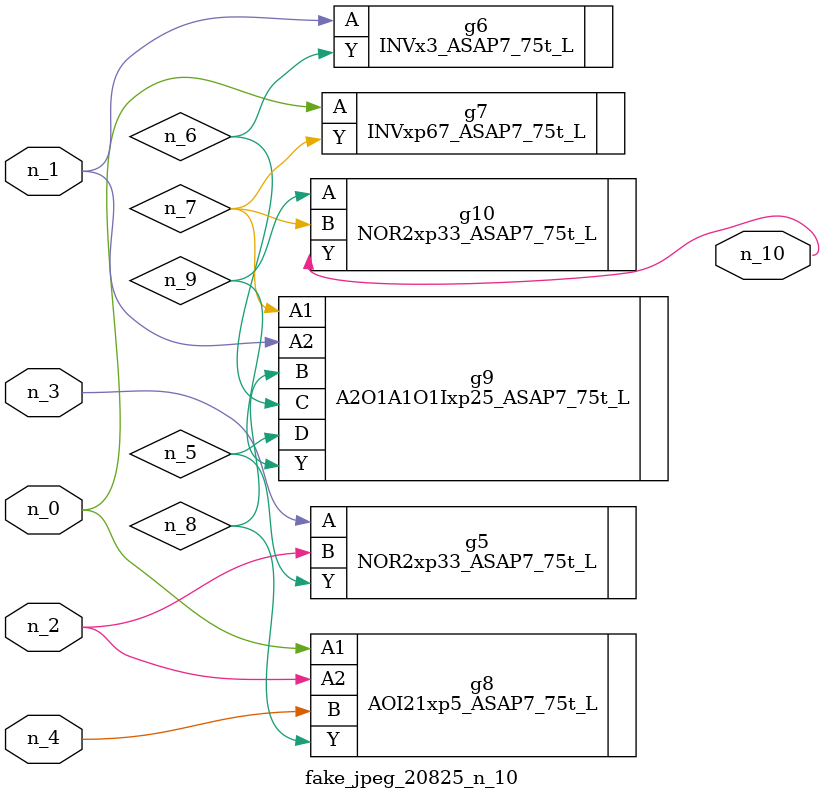
<source format=v>
module fake_jpeg_20825_n_10 (n_3, n_2, n_1, n_0, n_4, n_10);

input n_3;
input n_2;
input n_1;
input n_0;
input n_4;

output n_10;

wire n_8;
wire n_9;
wire n_6;
wire n_5;
wire n_7;

NOR2xp33_ASAP7_75t_L g5 ( 
.A(n_3),
.B(n_2),
.Y(n_5)
);

INVx3_ASAP7_75t_L g6 ( 
.A(n_1),
.Y(n_6)
);

INVxp67_ASAP7_75t_L g7 ( 
.A(n_0),
.Y(n_7)
);

AOI21xp5_ASAP7_75t_L g8 ( 
.A1(n_0),
.A2(n_2),
.B(n_4),
.Y(n_8)
);

A2O1A1O1Ixp25_ASAP7_75t_L g9 ( 
.A1(n_7),
.A2(n_1),
.B(n_8),
.C(n_6),
.D(n_5),
.Y(n_9)
);

NOR2xp33_ASAP7_75t_L g10 ( 
.A(n_9),
.B(n_7),
.Y(n_10)
);


endmodule
</source>
